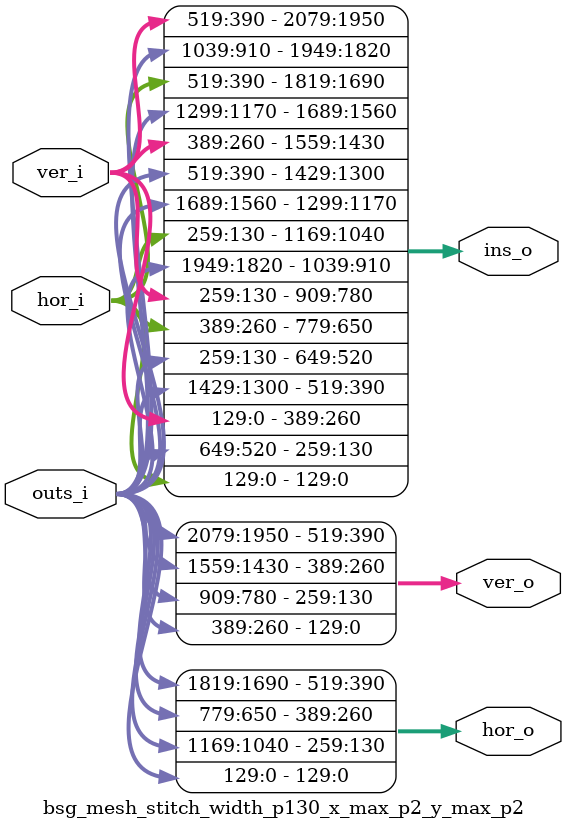
<source format=v>
module bsg_mesh_stitch_width_p130_x_max_p2_y_max_p2(	// 11237_OpenABC_leaf_level_verilog_gf12_bp_quad_bsg_mesh_stitch_width_p130_x_max_p2_y_max_p2.v.cleaned.mlir:2:3
  input  [2079:0] outs_i,	// 11237_OpenABC_leaf_level_verilog_gf12_bp_quad_bsg_mesh_stitch_width_p130_x_max_p2_y_max_p2.v.cleaned.mlir:2:62
  input  [519:0]  hor_i,	// 11237_OpenABC_leaf_level_verilog_gf12_bp_quad_bsg_mesh_stitch_width_p130_x_max_p2_y_max_p2.v.cleaned.mlir:2:82
                  ver_i,	// 11237_OpenABC_leaf_level_verilog_gf12_bp_quad_bsg_mesh_stitch_width_p130_x_max_p2_y_max_p2.v.cleaned.mlir:2:100
  output [2079:0] ins_o,	// 11237_OpenABC_leaf_level_verilog_gf12_bp_quad_bsg_mesh_stitch_width_p130_x_max_p2_y_max_p2.v.cleaned.mlir:2:119
  output [519:0]  hor_o,	// 11237_OpenABC_leaf_level_verilog_gf12_bp_quad_bsg_mesh_stitch_width_p130_x_max_p2_y_max_p2.v.cleaned.mlir:2:138
                  ver_o	// 11237_OpenABC_leaf_level_verilog_gf12_bp_quad_bsg_mesh_stitch_width_p130_x_max_p2_y_max_p2.v.cleaned.mlir:2:156
);

  assign ins_o =
    {ver_i[519:390],
     outs_i[1039:910],
     hor_i[519:390],
     outs_i[1299:1170],
     ver_i[389:260],
     outs_i[519:390],
     outs_i[1689:1560],
     hor_i[259:130],
     outs_i[1949:1820],
     ver_i[259:130],
     hor_i[389:260],
     outs_i[259:130],
     outs_i[1429:1300],
     ver_i[129:0],
     outs_i[649:520],
     hor_i[129:0]};	// 11237_OpenABC_leaf_level_verilog_gf12_bp_quad_bsg_mesh_stitch_width_p130_x_max_p2_y_max_p2.v.cleaned.mlir:13:11, :14:11, :15:11, :16:11, :17:11, :18:11, :19:11, :20:11, :21:11, :22:11, :23:11, :24:11, :25:11, :26:11, :27:11, :28:11, :29:11, :30:5
  assign hor_o = {outs_i[1819:1690], outs_i[779:650], outs_i[1169:1040], outs_i[129:0]};	// 11237_OpenABC_leaf_level_verilog_gf12_bp_quad_bsg_mesh_stitch_width_p130_x_max_p2_y_max_p2.v.cleaned.mlir:3:10, :4:10, :5:10, :6:10, :7:10, :30:5
  assign ver_o = {outs_i[2079:1950], outs_i[1559:1430], outs_i[909:780], outs_i[389:260]};	// 11237_OpenABC_leaf_level_verilog_gf12_bp_quad_bsg_mesh_stitch_width_p130_x_max_p2_y_max_p2.v.cleaned.mlir:8:10, :9:10, :10:10, :11:10, :12:10, :30:5
endmodule


</source>
